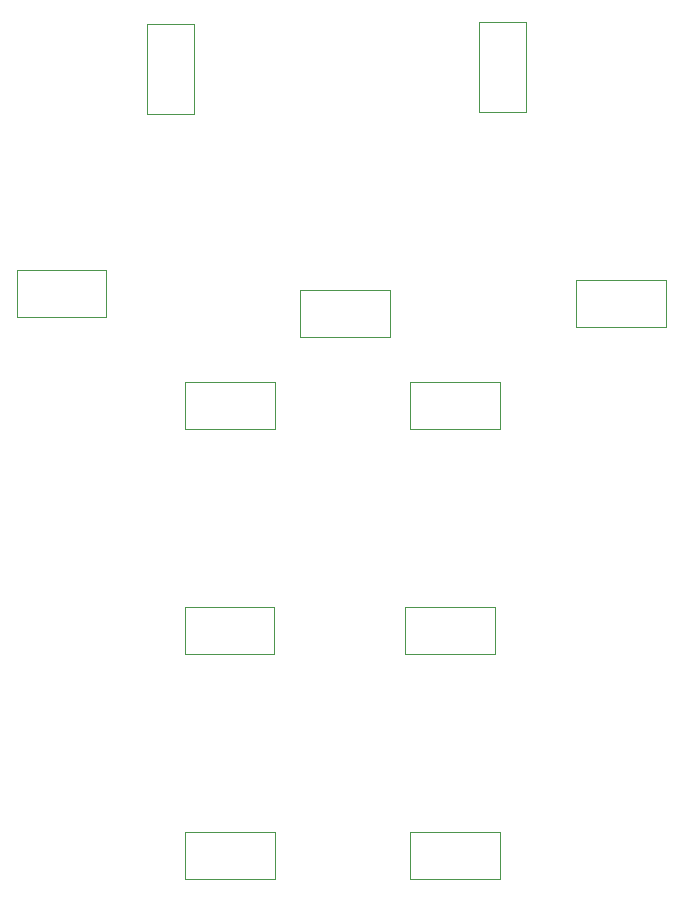
<source format=gbr>
%TF.GenerationSoftware,KiCad,Pcbnew,9.0.7*%
%TF.CreationDate,2026-01-31T12:03:09-06:00*%
%TF.ProjectId,PRO,50524f2e-6b69-4636-9164-5f7063625858,rev?*%
%TF.SameCoordinates,Original*%
%TF.FileFunction,Other,User*%
%FSLAX46Y46*%
G04 Gerber Fmt 4.6, Leading zero omitted, Abs format (unit mm)*
G04 Created by KiCad (PCBNEW 9.0.7) date 2026-01-31 12:03:09*
%MOMM*%
%LPD*%
G01*
G04 APERTURE LIST*
%ADD10C,0.050000*%
G04 APERTURE END LIST*
D10*
%TO.C,D16*%
X37137501Y-59047158D02*
X37137501Y-55047158D01*
X37137501Y-55047158D02*
X29537501Y-55047158D01*
X29537501Y-59047158D02*
X37137501Y-59047158D01*
X29537501Y-55047158D02*
X29537501Y-59047158D01*
%TO.C,D10*%
X70475001Y-106672158D02*
X70475001Y-102672158D01*
X70475001Y-102672158D02*
X62875001Y-102672158D01*
X62875001Y-106672158D02*
X70475001Y-106672158D01*
X62875001Y-102672158D02*
X62875001Y-106672158D01*
%TO.C,D15*%
X76943701Y-55899958D02*
X76943701Y-59899958D01*
X76943701Y-59899958D02*
X84543701Y-59899958D01*
X84543701Y-55899958D02*
X76943701Y-55899958D01*
X84543701Y-59899958D02*
X84543701Y-55899958D01*
%TO.C,D13*%
X68687542Y-34081201D02*
X68687542Y-41681201D01*
X68687542Y-41681201D02*
X72687542Y-41681201D01*
X72687542Y-34081201D02*
X68687542Y-34081201D01*
X72687542Y-41681201D02*
X72687542Y-34081201D01*
%TO.C,D14*%
X40540858Y-34299999D02*
X40540858Y-41899999D01*
X40540858Y-41899999D02*
X44540858Y-41899999D01*
X44540858Y-34299999D02*
X40540858Y-34299999D01*
X44540858Y-41899999D02*
X44540858Y-34299999D01*
%TO.C,D11*%
X62875001Y-64572158D02*
X62875001Y-68572158D01*
X62875001Y-68572158D02*
X70475001Y-68572158D01*
X70475001Y-64572158D02*
X62875001Y-64572158D01*
X70475001Y-68572158D02*
X70475001Y-64572158D01*
%TO.C,D12*%
X53568701Y-56781258D02*
X53568701Y-60781258D01*
X53568701Y-60781258D02*
X61168701Y-60781258D01*
X61168701Y-56781258D02*
X53568701Y-56781258D01*
X61168701Y-60781258D02*
X61168701Y-56781258D01*
%TO.C,D6*%
X43760001Y-83623358D02*
X43760001Y-87623358D01*
X43760001Y-87623358D02*
X51360001Y-87623358D01*
X51360001Y-83623358D02*
X43760001Y-83623358D01*
X51360001Y-87623358D02*
X51360001Y-83623358D01*
%TO.C,D8*%
X43825001Y-64572158D02*
X43825001Y-68572158D01*
X43825001Y-68572158D02*
X51425001Y-68572158D01*
X51425001Y-64572158D02*
X43825001Y-64572158D01*
X51425001Y-68572158D02*
X51425001Y-64572158D01*
%TO.C,D9*%
X43825001Y-102672158D02*
X43825001Y-106672158D01*
X43825001Y-106672158D02*
X51425001Y-106672158D01*
X51425001Y-102672158D02*
X43825001Y-102672158D01*
X51425001Y-106672158D02*
X51425001Y-102672158D01*
%TO.C,D7*%
X62422301Y-83640958D02*
X62422301Y-87640958D01*
X62422301Y-87640958D02*
X70022301Y-87640958D01*
X70022301Y-83640958D02*
X62422301Y-83640958D01*
X70022301Y-87640958D02*
X70022301Y-83640958D01*
%TD*%
M02*

</source>
